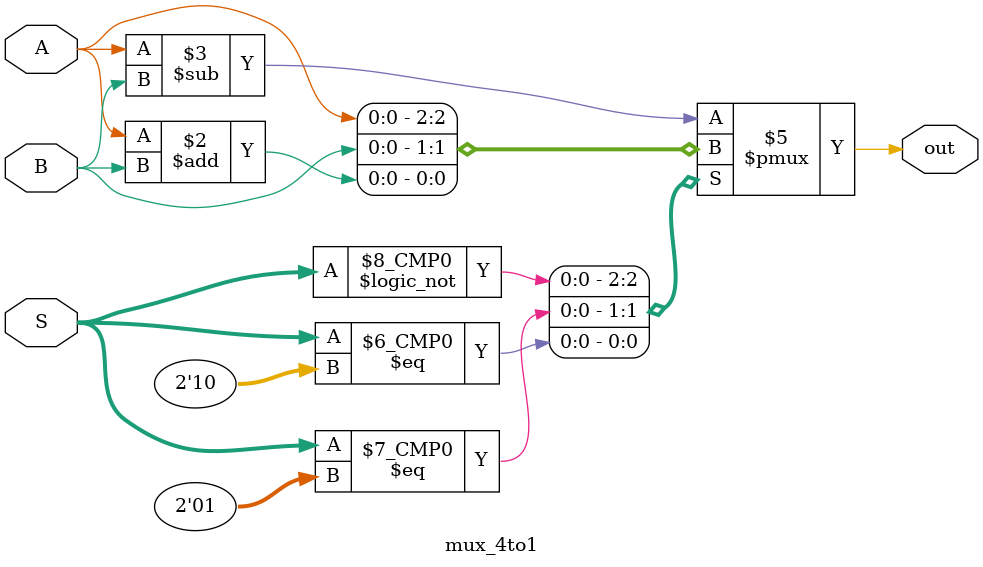
<source format=v>
module mux_4to1 (A, B, S, out);
	input A, B;
	input [0:1]S;
	output reg out;
	always @(A, B, S)
  	case (S)
	    2'b00:out = A;
	    2'b01:out = B;
	    2'b10:out = A + B;
	    default:out = A - B;
	endcase	
endmodule

</source>
